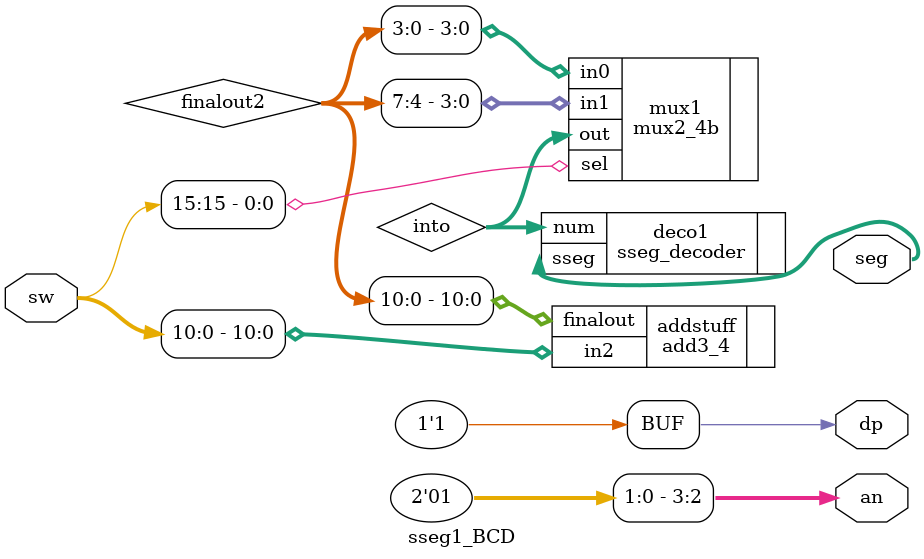
<source format=sv>
`timescale 1ns / 1ps



module sseg1_BCD(
    input [15:0]sw,
    output dp,
    output reg [3:0] an,
    output reg [6:0] seg
    );

assign dp = 1;
assign an[3:2] = 1;
reg [15:0] finalout2;
wire [3:0] into;

add3_4  addstuff( .in2(sw[10:0]), .finalout(finalout2[10:0]));
mux2_4b mux1(.sel(sw[15]), .in0(finalout2[3:0]), .in1(finalout2[7:4]), .out(into));
sseg_decoder deco1(.num(into),.sseg(seg));



endmodule 


</source>
